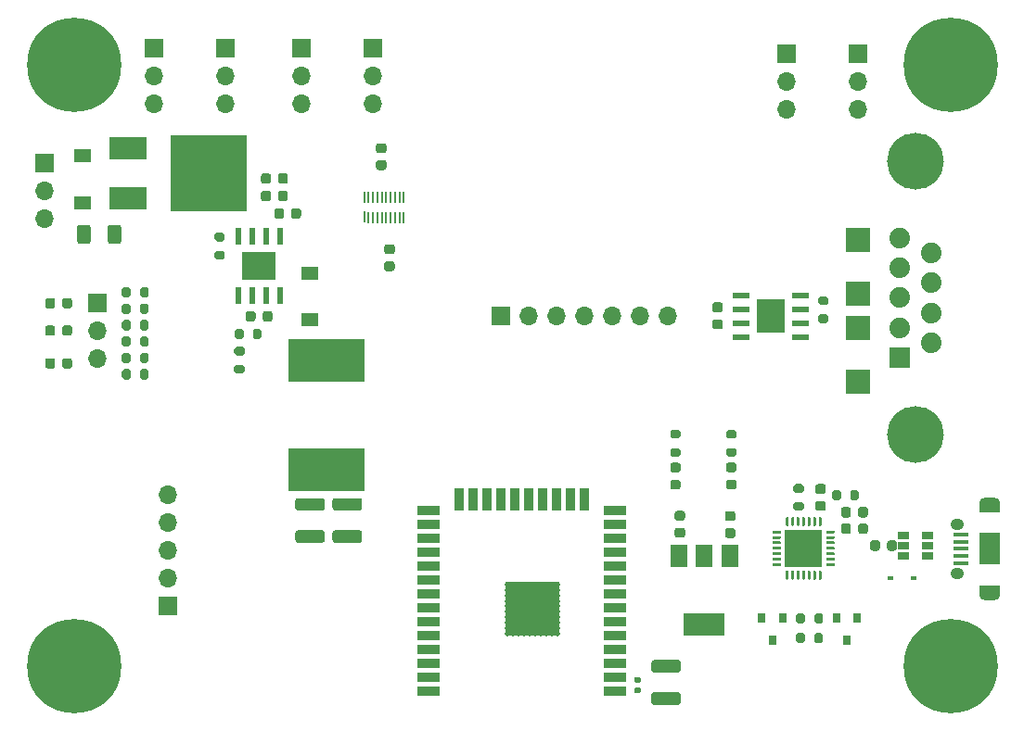
<source format=gbr>
%TF.GenerationSoftware,KiCad,Pcbnew,5.1.10-1.fc33*%
%TF.CreationDate,2021-05-26T11:17:30-04:00*%
%TF.ProjectId,UnderglowPCB,556e6465-7267-46c6-9f77-5043422e6b69,1.3.2*%
%TF.SameCoordinates,Original*%
%TF.FileFunction,Soldermask,Top*%
%TF.FilePolarity,Negative*%
%FSLAX46Y46*%
G04 Gerber Fmt 4.6, Leading zero omitted, Abs format (unit mm)*
G04 Created by KiCad (PCBNEW 5.1.10-1.fc33) date 2021-05-26 11:17:30*
%MOMM*%
%LPD*%
G01*
G04 APERTURE LIST*
%ADD10R,5.000000X5.000000*%
%ADD11R,2.000000X0.900000*%
%ADD12R,0.900000X2.000000*%
%ADD13C,0.500000*%
%ADD14R,1.524000X1.200000*%
%ADD15R,0.200000X1.100000*%
%ADD16R,0.200000X1.000000*%
%ADD17O,1.700000X1.700000*%
%ADD18R,1.700000X1.700000*%
%ADD19R,2.600000X3.100000*%
%ADD20R,1.550000X0.600000*%
%ADD21R,3.350000X3.350000*%
%ADD22R,3.500000X2.000000*%
%ADD23R,7.000000X7.000000*%
%ADD24R,0.600000X0.450000*%
%ADD25R,1.060000X0.650000*%
%ADD26O,1.250000X1.050000*%
%ADD27R,1.350000X0.400000*%
%ADD28O,1.900000X1.000000*%
%ADD29R,1.900000X2.900000*%
%ADD30R,1.900000X0.875000*%
%ADD31R,1.500000X2.000000*%
%ADD32R,3.800000X2.000000*%
%ADD33C,0.900000*%
%ADD34C,8.600000*%
%ADD35R,0.800000X0.900000*%
%ADD36R,1.520000X1.200000*%
%ADD37R,2.260000X2.160000*%
%ADD38R,7.000000X4.000000*%
%ADD39R,0.600000X1.550000*%
%ADD40R,3.100000X2.600000*%
%ADD41C,1.879600*%
%ADD42C,5.181600*%
G04 APERTURE END LIST*
D10*
%TO.C,U1*%
X150850000Y-122705000D03*
D11*
X158350000Y-130205000D03*
X158350000Y-128935000D03*
X158350000Y-127665000D03*
X158350000Y-126395000D03*
X158350000Y-125125000D03*
X158350000Y-123855000D03*
X158350000Y-122585000D03*
X158350000Y-121315000D03*
X158350000Y-120045000D03*
X158350000Y-118775000D03*
X158350000Y-117505000D03*
X158350000Y-116235000D03*
X158350000Y-114965000D03*
X158350000Y-113695000D03*
D12*
X155565000Y-112695000D03*
X154295000Y-112695000D03*
X153025000Y-112695000D03*
X151755000Y-112695000D03*
X150485000Y-112695000D03*
X149215000Y-112695000D03*
X147945000Y-112695000D03*
X146675000Y-112695000D03*
X145405000Y-112695000D03*
X144135000Y-112695000D03*
D11*
X141350000Y-113695000D03*
X141350000Y-114965000D03*
X141350000Y-116235000D03*
X141350000Y-117505000D03*
X141350000Y-118775000D03*
X141350000Y-120045000D03*
X141350000Y-121315000D03*
X141350000Y-122585000D03*
X141350000Y-123855000D03*
X141350000Y-125125000D03*
X141350000Y-126395000D03*
X141350000Y-127665000D03*
X141350000Y-128935000D03*
X141350000Y-130205000D03*
D13*
X153100000Y-124950000D03*
X152600000Y-124950000D03*
X152100000Y-124950000D03*
X151600000Y-124950000D03*
X151100000Y-124950000D03*
X150600000Y-124950000D03*
X150100000Y-124950000D03*
X149600000Y-124950000D03*
X149100000Y-124950000D03*
X148600000Y-124950000D03*
X151100000Y-124450000D03*
X149600000Y-124450000D03*
X150600000Y-124450000D03*
X148600000Y-124450000D03*
X149100000Y-124450000D03*
X152100000Y-124450000D03*
X152600000Y-124450000D03*
X153100000Y-124450000D03*
X150100000Y-124450000D03*
X151600000Y-124450000D03*
X151100000Y-123950000D03*
X149600000Y-123950000D03*
X150600000Y-123950000D03*
X148600000Y-123950000D03*
X149100000Y-123950000D03*
X152100000Y-123950000D03*
X152600000Y-123950000D03*
X153100000Y-123950000D03*
X150100000Y-123950000D03*
X151600000Y-123950000D03*
X151100000Y-123450000D03*
X149600000Y-123450000D03*
X150600000Y-123450000D03*
X148600000Y-123450000D03*
X149100000Y-123450000D03*
X152100000Y-123450000D03*
X152600000Y-123450000D03*
X153100000Y-123450000D03*
X150100000Y-123450000D03*
X151600000Y-123450000D03*
X151100000Y-122950000D03*
X149600000Y-122950000D03*
X150600000Y-122950000D03*
X148600000Y-122950000D03*
X149100000Y-122950000D03*
X152100000Y-122950000D03*
X152600000Y-122950000D03*
X153100000Y-122950000D03*
X150100000Y-122950000D03*
X151600000Y-122950000D03*
X151100000Y-122450000D03*
X149600000Y-122450000D03*
X150600000Y-122450000D03*
X148600000Y-122450000D03*
X149100000Y-122450000D03*
X152100000Y-122450000D03*
X152600000Y-122450000D03*
X153100000Y-122450000D03*
X150100000Y-122450000D03*
X151600000Y-122450000D03*
X151100000Y-121950000D03*
X149600000Y-121950000D03*
X150600000Y-121950000D03*
X148600000Y-121950000D03*
X149100000Y-121950000D03*
X152100000Y-121950000D03*
X152600000Y-121950000D03*
X153100000Y-121950000D03*
X150100000Y-121950000D03*
X151600000Y-121950000D03*
X151100000Y-121450000D03*
X149600000Y-121450000D03*
X150600000Y-121450000D03*
X148600000Y-121450000D03*
X149100000Y-121450000D03*
X152100000Y-121450000D03*
X152600000Y-121450000D03*
X153100000Y-121450000D03*
X150100000Y-121450000D03*
X151600000Y-121450000D03*
X151100000Y-120950000D03*
X149600000Y-120950000D03*
X150600000Y-120950000D03*
X148600000Y-120950000D03*
X149100000Y-120950000D03*
X152100000Y-120950000D03*
X152600000Y-120950000D03*
X153100000Y-120950000D03*
X150100000Y-120950000D03*
X151600000Y-120950000D03*
X151100000Y-120450000D03*
X149600000Y-120450000D03*
X150600000Y-120450000D03*
X148600000Y-120450000D03*
X149100000Y-120450000D03*
X152100000Y-120450000D03*
X152600000Y-120450000D03*
X153100000Y-120450000D03*
X150100000Y-120450000D03*
X151600000Y-120450000D03*
%TD*%
D14*
%TO.C,D3*%
X130500000Y-92050000D03*
X130500000Y-96250000D03*
%TD*%
%TO.C,C1*%
G36*
G01*
X161949999Y-130300000D02*
X164150001Y-130300000D01*
G75*
G02*
X164400000Y-130549999I0J-249999D01*
G01*
X164400000Y-131200001D01*
G75*
G02*
X164150001Y-131450000I-249999J0D01*
G01*
X161949999Y-131450000D01*
G75*
G02*
X161700000Y-131200001I0J249999D01*
G01*
X161700000Y-130549999D01*
G75*
G02*
X161949999Y-130300000I249999J0D01*
G01*
G37*
G36*
G01*
X161949999Y-127350000D02*
X164150001Y-127350000D01*
G75*
G02*
X164400000Y-127599999I0J-249999D01*
G01*
X164400000Y-128250001D01*
G75*
G02*
X164150001Y-128500000I-249999J0D01*
G01*
X161949999Y-128500000D01*
G75*
G02*
X161700000Y-128250001I0J249999D01*
G01*
X161700000Y-127599999D01*
G75*
G02*
X161949999Y-127350000I249999J0D01*
G01*
G37*
%TD*%
%TO.C,C12*%
G36*
G01*
X136800000Y-80125000D02*
X137300000Y-80125000D01*
G75*
G02*
X137525000Y-80350000I0J-225000D01*
G01*
X137525000Y-80800000D01*
G75*
G02*
X137300000Y-81025000I-225000J0D01*
G01*
X136800000Y-81025000D01*
G75*
G02*
X136575000Y-80800000I0J225000D01*
G01*
X136575000Y-80350000D01*
G75*
G02*
X136800000Y-80125000I225000J0D01*
G01*
G37*
G36*
G01*
X136800000Y-81675000D02*
X137300000Y-81675000D01*
G75*
G02*
X137525000Y-81900000I0J-225000D01*
G01*
X137525000Y-82350000D01*
G75*
G02*
X137300000Y-82575000I-225000J0D01*
G01*
X136800000Y-82575000D01*
G75*
G02*
X136575000Y-82350000I0J225000D01*
G01*
X136575000Y-81900000D01*
G75*
G02*
X136800000Y-81675000I225000J0D01*
G01*
G37*
%TD*%
%TO.C,C11*%
G36*
G01*
X138050000Y-91825000D02*
X137550000Y-91825000D01*
G75*
G02*
X137325000Y-91600000I0J225000D01*
G01*
X137325000Y-91150000D01*
G75*
G02*
X137550000Y-90925000I225000J0D01*
G01*
X138050000Y-90925000D01*
G75*
G02*
X138275000Y-91150000I0J-225000D01*
G01*
X138275000Y-91600000D01*
G75*
G02*
X138050000Y-91825000I-225000J0D01*
G01*
G37*
G36*
G01*
X138050000Y-90275000D02*
X137550000Y-90275000D01*
G75*
G02*
X137325000Y-90050000I0J225000D01*
G01*
X137325000Y-89600000D01*
G75*
G02*
X137550000Y-89375000I225000J0D01*
G01*
X138050000Y-89375000D01*
G75*
G02*
X138275000Y-89600000I0J-225000D01*
G01*
X138275000Y-90050000D01*
G75*
G02*
X138050000Y-90275000I-225000J0D01*
G01*
G37*
%TD*%
D15*
%TO.C,U4*%
X135500000Y-86850000D03*
D16*
X135900000Y-86900000D03*
X136300000Y-86900000D03*
X136700000Y-86900000D03*
X137100000Y-86900000D03*
X137500000Y-86900000D03*
X137900000Y-86900000D03*
X138300000Y-86900000D03*
X138700000Y-86900000D03*
X139100000Y-86900000D03*
X139100000Y-85100000D03*
X138700000Y-85100000D03*
X138300000Y-85100000D03*
X137900000Y-85100000D03*
X137500000Y-85100000D03*
X137100000Y-85100000D03*
X136700000Y-85100000D03*
X136300000Y-85100000D03*
X135900000Y-85100000D03*
X135500000Y-85100000D03*
%TD*%
D17*
%TO.C,J11*%
X117550000Y-112290000D03*
X117550000Y-114830000D03*
X117550000Y-117370000D03*
X117550000Y-119910000D03*
D18*
X117550000Y-122450000D03*
%TD*%
%TO.C,J12*%
X147950000Y-95950000D03*
D17*
X150490000Y-95950000D03*
X153030000Y-95950000D03*
X155570000Y-95950000D03*
X158110000Y-95950000D03*
X160650000Y-95950000D03*
X163190000Y-95950000D03*
%TD*%
D19*
%TO.C,U6*%
X172600000Y-95925000D03*
D20*
X175300000Y-94020000D03*
X175300000Y-95290000D03*
X175300000Y-96560000D03*
X175300000Y-97830000D03*
X169900000Y-97830000D03*
X169900000Y-96560000D03*
X169900000Y-95290000D03*
X169900000Y-94020000D03*
%TD*%
D17*
%TO.C,J8*%
X174050000Y-76990000D03*
X174050000Y-74450000D03*
D18*
X174050000Y-71910000D03*
%TD*%
D13*
%TO.C,U8*%
X177000000Y-118550000D03*
G36*
G01*
X178450000Y-118587500D02*
X178450000Y-118712500D01*
G75*
G02*
X178387500Y-118775000I-62500J0D01*
G01*
X177712500Y-118775000D01*
G75*
G02*
X177650000Y-118712500I0J62500D01*
G01*
X177650000Y-118587500D01*
G75*
G02*
X177712500Y-118525000I62500J0D01*
G01*
X178387500Y-118525000D01*
G75*
G02*
X178450000Y-118587500I0J-62500D01*
G01*
G37*
G36*
G01*
X178450000Y-118087500D02*
X178450000Y-118212500D01*
G75*
G02*
X178387500Y-118275000I-62500J0D01*
G01*
X177712500Y-118275000D01*
G75*
G02*
X177650000Y-118212500I0J62500D01*
G01*
X177650000Y-118087500D01*
G75*
G02*
X177712500Y-118025000I62500J0D01*
G01*
X178387500Y-118025000D01*
G75*
G02*
X178450000Y-118087500I0J-62500D01*
G01*
G37*
G36*
G01*
X178450000Y-117587500D02*
X178450000Y-117712500D01*
G75*
G02*
X178387500Y-117775000I-62500J0D01*
G01*
X177712500Y-117775000D01*
G75*
G02*
X177650000Y-117712500I0J62500D01*
G01*
X177650000Y-117587500D01*
G75*
G02*
X177712500Y-117525000I62500J0D01*
G01*
X178387500Y-117525000D01*
G75*
G02*
X178450000Y-117587500I0J-62500D01*
G01*
G37*
G36*
G01*
X178450000Y-117087500D02*
X178450000Y-117212500D01*
G75*
G02*
X178387500Y-117275000I-62500J0D01*
G01*
X177712500Y-117275000D01*
G75*
G02*
X177650000Y-117212500I0J62500D01*
G01*
X177650000Y-117087500D01*
G75*
G02*
X177712500Y-117025000I62500J0D01*
G01*
X178387500Y-117025000D01*
G75*
G02*
X178450000Y-117087500I0J-62500D01*
G01*
G37*
G36*
G01*
X178450000Y-116587500D02*
X178450000Y-116712500D01*
G75*
G02*
X178387500Y-116775000I-62500J0D01*
G01*
X177712500Y-116775000D01*
G75*
G02*
X177650000Y-116712500I0J62500D01*
G01*
X177650000Y-116587500D01*
G75*
G02*
X177712500Y-116525000I62500J0D01*
G01*
X178387500Y-116525000D01*
G75*
G02*
X178450000Y-116587500I0J-62500D01*
G01*
G37*
G36*
G01*
X178450000Y-116087500D02*
X178450000Y-116212500D01*
G75*
G02*
X178387500Y-116275000I-62500J0D01*
G01*
X177712500Y-116275000D01*
G75*
G02*
X177650000Y-116212500I0J62500D01*
G01*
X177650000Y-116087500D01*
G75*
G02*
X177712500Y-116025000I62500J0D01*
G01*
X178387500Y-116025000D01*
G75*
G02*
X178450000Y-116087500I0J-62500D01*
G01*
G37*
G36*
G01*
X178450000Y-115587500D02*
X178450000Y-115712500D01*
G75*
G02*
X178387500Y-115775000I-62500J0D01*
G01*
X177712500Y-115775000D01*
G75*
G02*
X177650000Y-115712500I0J62500D01*
G01*
X177650000Y-115587500D01*
G75*
G02*
X177712500Y-115525000I62500J0D01*
G01*
X178387500Y-115525000D01*
G75*
G02*
X178450000Y-115587500I0J-62500D01*
G01*
G37*
G36*
G01*
X177225000Y-114362500D02*
X177225000Y-115037500D01*
G75*
G02*
X177162500Y-115100000I-62500J0D01*
G01*
X177037500Y-115100000D01*
G75*
G02*
X176975000Y-115037500I0J62500D01*
G01*
X176975000Y-114362500D01*
G75*
G02*
X177037500Y-114300000I62500J0D01*
G01*
X177162500Y-114300000D01*
G75*
G02*
X177225000Y-114362500I0J-62500D01*
G01*
G37*
G36*
G01*
X176725000Y-114362500D02*
X176725000Y-115037500D01*
G75*
G02*
X176662500Y-115100000I-62500J0D01*
G01*
X176537500Y-115100000D01*
G75*
G02*
X176475000Y-115037500I0J62500D01*
G01*
X176475000Y-114362500D01*
G75*
G02*
X176537500Y-114300000I62500J0D01*
G01*
X176662500Y-114300000D01*
G75*
G02*
X176725000Y-114362500I0J-62500D01*
G01*
G37*
G36*
G01*
X176225000Y-114362500D02*
X176225000Y-115037500D01*
G75*
G02*
X176162500Y-115100000I-62500J0D01*
G01*
X176037500Y-115100000D01*
G75*
G02*
X175975000Y-115037500I0J62500D01*
G01*
X175975000Y-114362500D01*
G75*
G02*
X176037500Y-114300000I62500J0D01*
G01*
X176162500Y-114300000D01*
G75*
G02*
X176225000Y-114362500I0J-62500D01*
G01*
G37*
G36*
G01*
X175725000Y-114362500D02*
X175725000Y-115037500D01*
G75*
G02*
X175662500Y-115100000I-62500J0D01*
G01*
X175537500Y-115100000D01*
G75*
G02*
X175475000Y-115037500I0J62500D01*
G01*
X175475000Y-114362500D01*
G75*
G02*
X175537500Y-114300000I62500J0D01*
G01*
X175662500Y-114300000D01*
G75*
G02*
X175725000Y-114362500I0J-62500D01*
G01*
G37*
G36*
G01*
X175225000Y-114362500D02*
X175225000Y-115037500D01*
G75*
G02*
X175162500Y-115100000I-62500J0D01*
G01*
X175037500Y-115100000D01*
G75*
G02*
X174975000Y-115037500I0J62500D01*
G01*
X174975000Y-114362500D01*
G75*
G02*
X175037500Y-114300000I62500J0D01*
G01*
X175162500Y-114300000D01*
G75*
G02*
X175225000Y-114362500I0J-62500D01*
G01*
G37*
G36*
G01*
X174725000Y-114362500D02*
X174725000Y-115037500D01*
G75*
G02*
X174662500Y-115100000I-62500J0D01*
G01*
X174537500Y-115100000D01*
G75*
G02*
X174475000Y-115037500I0J62500D01*
G01*
X174475000Y-114362500D01*
G75*
G02*
X174537500Y-114300000I62500J0D01*
G01*
X174662500Y-114300000D01*
G75*
G02*
X174725000Y-114362500I0J-62500D01*
G01*
G37*
G36*
G01*
X174225000Y-114362500D02*
X174225000Y-115037500D01*
G75*
G02*
X174162500Y-115100000I-62500J0D01*
G01*
X174037500Y-115100000D01*
G75*
G02*
X173975000Y-115037500I0J62500D01*
G01*
X173975000Y-114362500D01*
G75*
G02*
X174037500Y-114300000I62500J0D01*
G01*
X174162500Y-114300000D01*
G75*
G02*
X174225000Y-114362500I0J-62500D01*
G01*
G37*
G36*
G01*
X173550000Y-115587500D02*
X173550000Y-115712500D01*
G75*
G02*
X173487500Y-115775000I-62500J0D01*
G01*
X172812500Y-115775000D01*
G75*
G02*
X172750000Y-115712500I0J62500D01*
G01*
X172750000Y-115587500D01*
G75*
G02*
X172812500Y-115525000I62500J0D01*
G01*
X173487500Y-115525000D01*
G75*
G02*
X173550000Y-115587500I0J-62500D01*
G01*
G37*
G36*
G01*
X173550000Y-116087500D02*
X173550000Y-116212500D01*
G75*
G02*
X173487500Y-116275000I-62500J0D01*
G01*
X172812500Y-116275000D01*
G75*
G02*
X172750000Y-116212500I0J62500D01*
G01*
X172750000Y-116087500D01*
G75*
G02*
X172812500Y-116025000I62500J0D01*
G01*
X173487500Y-116025000D01*
G75*
G02*
X173550000Y-116087500I0J-62500D01*
G01*
G37*
G36*
G01*
X173550000Y-116587500D02*
X173550000Y-116712500D01*
G75*
G02*
X173487500Y-116775000I-62500J0D01*
G01*
X172812500Y-116775000D01*
G75*
G02*
X172750000Y-116712500I0J62500D01*
G01*
X172750000Y-116587500D01*
G75*
G02*
X172812500Y-116525000I62500J0D01*
G01*
X173487500Y-116525000D01*
G75*
G02*
X173550000Y-116587500I0J-62500D01*
G01*
G37*
G36*
G01*
X173550000Y-117087500D02*
X173550000Y-117212500D01*
G75*
G02*
X173487500Y-117275000I-62500J0D01*
G01*
X172812500Y-117275000D01*
G75*
G02*
X172750000Y-117212500I0J62500D01*
G01*
X172750000Y-117087500D01*
G75*
G02*
X172812500Y-117025000I62500J0D01*
G01*
X173487500Y-117025000D01*
G75*
G02*
X173550000Y-117087500I0J-62500D01*
G01*
G37*
G36*
G01*
X173550000Y-117587500D02*
X173550000Y-117712500D01*
G75*
G02*
X173487500Y-117775000I-62500J0D01*
G01*
X172812500Y-117775000D01*
G75*
G02*
X172750000Y-117712500I0J62500D01*
G01*
X172750000Y-117587500D01*
G75*
G02*
X172812500Y-117525000I62500J0D01*
G01*
X173487500Y-117525000D01*
G75*
G02*
X173550000Y-117587500I0J-62500D01*
G01*
G37*
G36*
G01*
X173550000Y-118087500D02*
X173550000Y-118212500D01*
G75*
G02*
X173487500Y-118275000I-62500J0D01*
G01*
X172812500Y-118275000D01*
G75*
G02*
X172750000Y-118212500I0J62500D01*
G01*
X172750000Y-118087500D01*
G75*
G02*
X172812500Y-118025000I62500J0D01*
G01*
X173487500Y-118025000D01*
G75*
G02*
X173550000Y-118087500I0J-62500D01*
G01*
G37*
G36*
G01*
X173550000Y-118587500D02*
X173550000Y-118712500D01*
G75*
G02*
X173487500Y-118775000I-62500J0D01*
G01*
X172812500Y-118775000D01*
G75*
G02*
X172750000Y-118712500I0J62500D01*
G01*
X172750000Y-118587500D01*
G75*
G02*
X172812500Y-118525000I62500J0D01*
G01*
X173487500Y-118525000D01*
G75*
G02*
X173550000Y-118587500I0J-62500D01*
G01*
G37*
G36*
G01*
X174225000Y-119262500D02*
X174225000Y-119937500D01*
G75*
G02*
X174162500Y-120000000I-62500J0D01*
G01*
X174037500Y-120000000D01*
G75*
G02*
X173975000Y-119937500I0J62500D01*
G01*
X173975000Y-119262500D01*
G75*
G02*
X174037500Y-119200000I62500J0D01*
G01*
X174162500Y-119200000D01*
G75*
G02*
X174225000Y-119262500I0J-62500D01*
G01*
G37*
G36*
G01*
X174725000Y-119262500D02*
X174725000Y-119937500D01*
G75*
G02*
X174662500Y-120000000I-62500J0D01*
G01*
X174537500Y-120000000D01*
G75*
G02*
X174475000Y-119937500I0J62500D01*
G01*
X174475000Y-119262500D01*
G75*
G02*
X174537500Y-119200000I62500J0D01*
G01*
X174662500Y-119200000D01*
G75*
G02*
X174725000Y-119262500I0J-62500D01*
G01*
G37*
G36*
G01*
X175225000Y-119262500D02*
X175225000Y-119937500D01*
G75*
G02*
X175162500Y-120000000I-62500J0D01*
G01*
X175037500Y-120000000D01*
G75*
G02*
X174975000Y-119937500I0J62500D01*
G01*
X174975000Y-119262500D01*
G75*
G02*
X175037500Y-119200000I62500J0D01*
G01*
X175162500Y-119200000D01*
G75*
G02*
X175225000Y-119262500I0J-62500D01*
G01*
G37*
G36*
G01*
X175725000Y-119262500D02*
X175725000Y-119937500D01*
G75*
G02*
X175662500Y-120000000I-62500J0D01*
G01*
X175537500Y-120000000D01*
G75*
G02*
X175475000Y-119937500I0J62500D01*
G01*
X175475000Y-119262500D01*
G75*
G02*
X175537500Y-119200000I62500J0D01*
G01*
X175662500Y-119200000D01*
G75*
G02*
X175725000Y-119262500I0J-62500D01*
G01*
G37*
G36*
G01*
X176225000Y-119262500D02*
X176225000Y-119937500D01*
G75*
G02*
X176162500Y-120000000I-62500J0D01*
G01*
X176037500Y-120000000D01*
G75*
G02*
X175975000Y-119937500I0J62500D01*
G01*
X175975000Y-119262500D01*
G75*
G02*
X176037500Y-119200000I62500J0D01*
G01*
X176162500Y-119200000D01*
G75*
G02*
X176225000Y-119262500I0J-62500D01*
G01*
G37*
G36*
G01*
X176725000Y-119262500D02*
X176725000Y-119937500D01*
G75*
G02*
X176662500Y-120000000I-62500J0D01*
G01*
X176537500Y-120000000D01*
G75*
G02*
X176475000Y-119937500I0J62500D01*
G01*
X176475000Y-119262500D01*
G75*
G02*
X176537500Y-119200000I62500J0D01*
G01*
X176662500Y-119200000D01*
G75*
G02*
X176725000Y-119262500I0J-62500D01*
G01*
G37*
G36*
G01*
X177225000Y-119262500D02*
X177225000Y-119937500D01*
G75*
G02*
X177162500Y-120000000I-62500J0D01*
G01*
X177037500Y-120000000D01*
G75*
G02*
X176975000Y-119937500I0J62500D01*
G01*
X176975000Y-119262500D01*
G75*
G02*
X177037500Y-119200000I62500J0D01*
G01*
X177162500Y-119200000D01*
G75*
G02*
X177225000Y-119262500I0J-62500D01*
G01*
G37*
D21*
X175600000Y-117150000D03*
D13*
X176500000Y-118550000D03*
X176000000Y-118550000D03*
X174200000Y-118550000D03*
X174700000Y-118550000D03*
X175200000Y-118550000D03*
X177000000Y-118050000D03*
X177000000Y-117550000D03*
X177000000Y-115750000D03*
X174200000Y-115750000D03*
X174200000Y-116250000D03*
X174200000Y-116750000D03*
X174200000Y-118050000D03*
X174200000Y-117550000D03*
X174700000Y-115750000D03*
X175200000Y-115750000D03*
X176500000Y-115750000D03*
X176000000Y-115750000D03*
X177000000Y-116250000D03*
X177000000Y-116750000D03*
X176500000Y-116250000D03*
X176500000Y-116750000D03*
X176000000Y-116750000D03*
X176000000Y-116250000D03*
X175200000Y-116250000D03*
X174700000Y-116250000D03*
X174700000Y-116750000D03*
X175200000Y-116750000D03*
X174700000Y-118050000D03*
X174700000Y-117550000D03*
X175200000Y-117550000D03*
X175200000Y-118050000D03*
X176500000Y-118050000D03*
X176000000Y-118050000D03*
X176000000Y-117550000D03*
X176500000Y-117550000D03*
X175600000Y-117150000D03*
%TD*%
D22*
%TO.C,D1*%
X113925000Y-80550000D03*
X113925000Y-85130000D03*
D23*
X121325000Y-82850000D03*
%TD*%
%TO.C,C9*%
G36*
G01*
X164550000Y-114625000D02*
X164050000Y-114625000D01*
G75*
G02*
X163825000Y-114400000I0J225000D01*
G01*
X163825000Y-113950000D01*
G75*
G02*
X164050000Y-113725000I225000J0D01*
G01*
X164550000Y-113725000D01*
G75*
G02*
X164775000Y-113950000I0J-225000D01*
G01*
X164775000Y-114400000D01*
G75*
G02*
X164550000Y-114625000I-225000J0D01*
G01*
G37*
G36*
G01*
X164550000Y-116175000D02*
X164050000Y-116175000D01*
G75*
G02*
X163825000Y-115950000I0J225000D01*
G01*
X163825000Y-115500000D01*
G75*
G02*
X164050000Y-115275000I225000J0D01*
G01*
X164550000Y-115275000D01*
G75*
G02*
X164775000Y-115500000I0J-225000D01*
G01*
X164775000Y-115950000D01*
G75*
G02*
X164550000Y-116175000I-225000J0D01*
G01*
G37*
%TD*%
D24*
%TO.C,D6*%
X183550000Y-119900000D03*
X185650000Y-119900000D03*
%TD*%
%TO.C,C17*%
G36*
G01*
X179025000Y-115600000D02*
X179025000Y-115100000D01*
G75*
G02*
X179250000Y-114875000I225000J0D01*
G01*
X179700000Y-114875000D01*
G75*
G02*
X179925000Y-115100000I0J-225000D01*
G01*
X179925000Y-115600000D01*
G75*
G02*
X179700000Y-115825000I-225000J0D01*
G01*
X179250000Y-115825000D01*
G75*
G02*
X179025000Y-115600000I0J225000D01*
G01*
G37*
G36*
G01*
X180575000Y-115600000D02*
X180575000Y-115100000D01*
G75*
G02*
X180800000Y-114875000I225000J0D01*
G01*
X181250000Y-114875000D01*
G75*
G02*
X181475000Y-115100000I0J-225000D01*
G01*
X181475000Y-115600000D01*
G75*
G02*
X181250000Y-115825000I-225000J0D01*
G01*
X180800000Y-115825000D01*
G75*
G02*
X180575000Y-115600000I0J225000D01*
G01*
G37*
%TD*%
%TO.C,R7*%
G36*
G01*
X179850000Y-112575000D02*
X179850000Y-112025000D01*
G75*
G02*
X180050000Y-111825000I200000J0D01*
G01*
X180450000Y-111825000D01*
G75*
G02*
X180650000Y-112025000I0J-200000D01*
G01*
X180650000Y-112575000D01*
G75*
G02*
X180450000Y-112775000I-200000J0D01*
G01*
X180050000Y-112775000D01*
G75*
G02*
X179850000Y-112575000I0J200000D01*
G01*
G37*
G36*
G01*
X178200000Y-112575000D02*
X178200000Y-112025000D01*
G75*
G02*
X178400000Y-111825000I200000J0D01*
G01*
X178800000Y-111825000D01*
G75*
G02*
X179000000Y-112025000I0J-200000D01*
G01*
X179000000Y-112575000D01*
G75*
G02*
X178800000Y-112775000I-200000J0D01*
G01*
X178400000Y-112775000D01*
G75*
G02*
X178200000Y-112575000I0J200000D01*
G01*
G37*
%TD*%
D25*
%TO.C,U7*%
X184700000Y-116900000D03*
X184700000Y-117850000D03*
X184700000Y-115950000D03*
X186900000Y-115950000D03*
X186900000Y-116900000D03*
X186900000Y-117850000D03*
%TD*%
%TO.C,R8*%
G36*
G01*
X174875000Y-111275000D02*
X175425000Y-111275000D01*
G75*
G02*
X175625000Y-111475000I0J-200000D01*
G01*
X175625000Y-111875000D01*
G75*
G02*
X175425000Y-112075000I-200000J0D01*
G01*
X174875000Y-112075000D01*
G75*
G02*
X174675000Y-111875000I0J200000D01*
G01*
X174675000Y-111475000D01*
G75*
G02*
X174875000Y-111275000I200000J0D01*
G01*
G37*
G36*
G01*
X174875000Y-112925000D02*
X175425000Y-112925000D01*
G75*
G02*
X175625000Y-113125000I0J-200000D01*
G01*
X175625000Y-113525000D01*
G75*
G02*
X175425000Y-113725000I-200000J0D01*
G01*
X174875000Y-113725000D01*
G75*
G02*
X174675000Y-113525000I0J200000D01*
G01*
X174675000Y-113125000D01*
G75*
G02*
X174875000Y-112925000I200000J0D01*
G01*
G37*
%TD*%
D26*
%TO.C,J3*%
X189600000Y-119425000D03*
D27*
X189925000Y-118500000D03*
X189925000Y-117850000D03*
X189925000Y-117200000D03*
X189925000Y-115900000D03*
D26*
X189600000Y-114975000D03*
D28*
X192600000Y-121375000D03*
X192600000Y-113025000D03*
D27*
X189925000Y-116550000D03*
D29*
X192600000Y-117200000D03*
D30*
X192600000Y-113462500D03*
X192600000Y-120937500D03*
%TD*%
%TO.C,C14*%
G36*
G01*
X184125000Y-116650000D02*
X184125000Y-117150000D01*
G75*
G02*
X183900000Y-117375000I-225000J0D01*
G01*
X183450000Y-117375000D01*
G75*
G02*
X183225000Y-117150000I0J225000D01*
G01*
X183225000Y-116650000D01*
G75*
G02*
X183450000Y-116425000I225000J0D01*
G01*
X183900000Y-116425000D01*
G75*
G02*
X184125000Y-116650000I0J-225000D01*
G01*
G37*
G36*
G01*
X182575000Y-116650000D02*
X182575000Y-117150000D01*
G75*
G02*
X182350000Y-117375000I-225000J0D01*
G01*
X181900000Y-117375000D01*
G75*
G02*
X181675000Y-117150000I0J225000D01*
G01*
X181675000Y-116650000D01*
G75*
G02*
X181900000Y-116425000I225000J0D01*
G01*
X182350000Y-116425000D01*
G75*
G02*
X182575000Y-116650000I0J-225000D01*
G01*
G37*
%TD*%
%TO.C,C16*%
G36*
G01*
X180575000Y-114100000D02*
X180575000Y-113600000D01*
G75*
G02*
X180800000Y-113375000I225000J0D01*
G01*
X181250000Y-113375000D01*
G75*
G02*
X181475000Y-113600000I0J-225000D01*
G01*
X181475000Y-114100000D01*
G75*
G02*
X181250000Y-114325000I-225000J0D01*
G01*
X180800000Y-114325000D01*
G75*
G02*
X180575000Y-114100000I0J225000D01*
G01*
G37*
G36*
G01*
X179025000Y-114100000D02*
X179025000Y-113600000D01*
G75*
G02*
X179250000Y-113375000I225000J0D01*
G01*
X179700000Y-113375000D01*
G75*
G02*
X179925000Y-113600000I0J-225000D01*
G01*
X179925000Y-114100000D01*
G75*
G02*
X179700000Y-114325000I-225000J0D01*
G01*
X179250000Y-114325000D01*
G75*
G02*
X179025000Y-114100000I0J225000D01*
G01*
G37*
%TD*%
%TO.C,C15*%
G36*
G01*
X177400000Y-113725000D02*
X176900000Y-113725000D01*
G75*
G02*
X176675000Y-113500000I0J225000D01*
G01*
X176675000Y-113050000D01*
G75*
G02*
X176900000Y-112825000I225000J0D01*
G01*
X177400000Y-112825000D01*
G75*
G02*
X177625000Y-113050000I0J-225000D01*
G01*
X177625000Y-113500000D01*
G75*
G02*
X177400000Y-113725000I-225000J0D01*
G01*
G37*
G36*
G01*
X177400000Y-112175000D02*
X176900000Y-112175000D01*
G75*
G02*
X176675000Y-111950000I0J225000D01*
G01*
X176675000Y-111500000D01*
G75*
G02*
X176900000Y-111275000I225000J0D01*
G01*
X177400000Y-111275000D01*
G75*
G02*
X177625000Y-111500000I0J-225000D01*
G01*
X177625000Y-111950000D01*
G75*
G02*
X177400000Y-112175000I-225000J0D01*
G01*
G37*
%TD*%
%TO.C,F1*%
G36*
G01*
X112075000Y-89075000D02*
X112075000Y-87825000D01*
G75*
G02*
X112325000Y-87575000I250000J0D01*
G01*
X113075000Y-87575000D01*
G75*
G02*
X113325000Y-87825000I0J-250000D01*
G01*
X113325000Y-89075000D01*
G75*
G02*
X113075000Y-89325000I-250000J0D01*
G01*
X112325000Y-89325000D01*
G75*
G02*
X112075000Y-89075000I0J250000D01*
G01*
G37*
G36*
G01*
X109275000Y-89075000D02*
X109275000Y-87825000D01*
G75*
G02*
X109525000Y-87575000I250000J0D01*
G01*
X110275000Y-87575000D01*
G75*
G02*
X110525000Y-87825000I0J-250000D01*
G01*
X110525000Y-89075000D01*
G75*
G02*
X110275000Y-89325000I-250000J0D01*
G01*
X109525000Y-89325000D01*
G75*
G02*
X109275000Y-89075000I0J250000D01*
G01*
G37*
%TD*%
D31*
%TO.C,U3*%
X168850000Y-117800000D03*
X164250000Y-117800000D03*
X166550000Y-117800000D03*
D32*
X166550000Y-124100000D03*
%TD*%
%TO.C,C18*%
G36*
G01*
X108825000Y-97000000D02*
X108825000Y-97500000D01*
G75*
G02*
X108600000Y-97725000I-225000J0D01*
G01*
X108150000Y-97725000D01*
G75*
G02*
X107925000Y-97500000I0J225000D01*
G01*
X107925000Y-97000000D01*
G75*
G02*
X108150000Y-96775000I225000J0D01*
G01*
X108600000Y-96775000D01*
G75*
G02*
X108825000Y-97000000I0J-225000D01*
G01*
G37*
G36*
G01*
X107275000Y-97000000D02*
X107275000Y-97500000D01*
G75*
G02*
X107050000Y-97725000I-225000J0D01*
G01*
X106600000Y-97725000D01*
G75*
G02*
X106375000Y-97500000I0J225000D01*
G01*
X106375000Y-97000000D01*
G75*
G02*
X106600000Y-96775000I225000J0D01*
G01*
X107050000Y-96775000D01*
G75*
G02*
X107275000Y-97000000I0J-225000D01*
G01*
G37*
%TD*%
%TO.C,C19*%
G36*
G01*
X107275000Y-100000000D02*
X107275000Y-100500000D01*
G75*
G02*
X107050000Y-100725000I-225000J0D01*
G01*
X106600000Y-100725000D01*
G75*
G02*
X106375000Y-100500000I0J225000D01*
G01*
X106375000Y-100000000D01*
G75*
G02*
X106600000Y-99775000I225000J0D01*
G01*
X107050000Y-99775000D01*
G75*
G02*
X107275000Y-100000000I0J-225000D01*
G01*
G37*
G36*
G01*
X108825000Y-100000000D02*
X108825000Y-100500000D01*
G75*
G02*
X108600000Y-100725000I-225000J0D01*
G01*
X108150000Y-100725000D01*
G75*
G02*
X107925000Y-100500000I0J225000D01*
G01*
X107925000Y-100000000D01*
G75*
G02*
X108150000Y-99775000I225000J0D01*
G01*
X108600000Y-99775000D01*
G75*
G02*
X108825000Y-100000000I0J-225000D01*
G01*
G37*
%TD*%
%TO.C,C20*%
G36*
G01*
X108825000Y-94500000D02*
X108825000Y-95000000D01*
G75*
G02*
X108600000Y-95225000I-225000J0D01*
G01*
X108150000Y-95225000D01*
G75*
G02*
X107925000Y-95000000I0J225000D01*
G01*
X107925000Y-94500000D01*
G75*
G02*
X108150000Y-94275000I225000J0D01*
G01*
X108600000Y-94275000D01*
G75*
G02*
X108825000Y-94500000I0J-225000D01*
G01*
G37*
G36*
G01*
X107275000Y-94500000D02*
X107275000Y-95000000D01*
G75*
G02*
X107050000Y-95225000I-225000J0D01*
G01*
X106600000Y-95225000D01*
G75*
G02*
X106375000Y-95000000I0J225000D01*
G01*
X106375000Y-94500000D01*
G75*
G02*
X106600000Y-94275000I225000J0D01*
G01*
X107050000Y-94275000D01*
G75*
G02*
X107275000Y-94500000I0J-225000D01*
G01*
G37*
%TD*%
%TO.C,C13*%
G36*
G01*
X168000000Y-97125000D02*
X167500000Y-97125000D01*
G75*
G02*
X167275000Y-96900000I0J225000D01*
G01*
X167275000Y-96450000D01*
G75*
G02*
X167500000Y-96225000I225000J0D01*
G01*
X168000000Y-96225000D01*
G75*
G02*
X168225000Y-96450000I0J-225000D01*
G01*
X168225000Y-96900000D01*
G75*
G02*
X168000000Y-97125000I-225000J0D01*
G01*
G37*
G36*
G01*
X168000000Y-95575000D02*
X167500000Y-95575000D01*
G75*
G02*
X167275000Y-95350000I0J225000D01*
G01*
X167275000Y-94900000D01*
G75*
G02*
X167500000Y-94675000I225000J0D01*
G01*
X168000000Y-94675000D01*
G75*
G02*
X168225000Y-94900000I0J-225000D01*
G01*
X168225000Y-95350000D01*
G75*
G02*
X168000000Y-95575000I-225000J0D01*
G01*
G37*
%TD*%
D33*
%TO.C,H1*%
X111330419Y-125669581D03*
X109050000Y-124725000D03*
X106769581Y-125669581D03*
X105825000Y-127950000D03*
X106769581Y-130230419D03*
X109050000Y-131175000D03*
X111330419Y-130230419D03*
X112275000Y-127950000D03*
D34*
X109050000Y-127950000D03*
%TD*%
%TO.C,H2*%
X189050000Y-72950000D03*
D33*
X185825000Y-72950000D03*
X186769581Y-70669581D03*
X189050000Y-69725000D03*
X191330419Y-70669581D03*
X192275000Y-72950000D03*
X191330419Y-75230419D03*
X189050000Y-76175000D03*
X186769581Y-75230419D03*
%TD*%
%TO.C,H3*%
X191330419Y-125669581D03*
X189050000Y-124725000D03*
X186769581Y-125669581D03*
X185825000Y-127950000D03*
X186769581Y-130230419D03*
X189050000Y-131175000D03*
X191330419Y-130230419D03*
X192275000Y-127950000D03*
D34*
X189050000Y-127950000D03*
%TD*%
%TO.C,H4*%
X109050000Y-72950000D03*
D33*
X112275000Y-72950000D03*
X111330419Y-75230419D03*
X109050000Y-76175000D03*
X106769581Y-75230419D03*
X105825000Y-72950000D03*
X106769581Y-70669581D03*
X109050000Y-69725000D03*
X111330419Y-70669581D03*
%TD*%
%TO.C,R9*%
G36*
G01*
X115025000Y-97025000D02*
X115025000Y-96475000D01*
G75*
G02*
X115225000Y-96275000I200000J0D01*
G01*
X115625000Y-96275000D01*
G75*
G02*
X115825000Y-96475000I0J-200000D01*
G01*
X115825000Y-97025000D01*
G75*
G02*
X115625000Y-97225000I-200000J0D01*
G01*
X115225000Y-97225000D01*
G75*
G02*
X115025000Y-97025000I0J200000D01*
G01*
G37*
G36*
G01*
X113375000Y-97025000D02*
X113375000Y-96475000D01*
G75*
G02*
X113575000Y-96275000I200000J0D01*
G01*
X113975000Y-96275000D01*
G75*
G02*
X114175000Y-96475000I0J-200000D01*
G01*
X114175000Y-97025000D01*
G75*
G02*
X113975000Y-97225000I-200000J0D01*
G01*
X113575000Y-97225000D01*
G75*
G02*
X113375000Y-97025000I0J200000D01*
G01*
G37*
%TD*%
%TO.C,R10*%
G36*
G01*
X115825000Y-97975000D02*
X115825000Y-98525000D01*
G75*
G02*
X115625000Y-98725000I-200000J0D01*
G01*
X115225000Y-98725000D01*
G75*
G02*
X115025000Y-98525000I0J200000D01*
G01*
X115025000Y-97975000D01*
G75*
G02*
X115225000Y-97775000I200000J0D01*
G01*
X115625000Y-97775000D01*
G75*
G02*
X115825000Y-97975000I0J-200000D01*
G01*
G37*
G36*
G01*
X114175000Y-97975000D02*
X114175000Y-98525000D01*
G75*
G02*
X113975000Y-98725000I-200000J0D01*
G01*
X113575000Y-98725000D01*
G75*
G02*
X113375000Y-98525000I0J200000D01*
G01*
X113375000Y-97975000D01*
G75*
G02*
X113575000Y-97775000I200000J0D01*
G01*
X113975000Y-97775000D01*
G75*
G02*
X114175000Y-97975000I0J-200000D01*
G01*
G37*
%TD*%
%TO.C,R11*%
G36*
G01*
X115025000Y-100025000D02*
X115025000Y-99475000D01*
G75*
G02*
X115225000Y-99275000I200000J0D01*
G01*
X115625000Y-99275000D01*
G75*
G02*
X115825000Y-99475000I0J-200000D01*
G01*
X115825000Y-100025000D01*
G75*
G02*
X115625000Y-100225000I-200000J0D01*
G01*
X115225000Y-100225000D01*
G75*
G02*
X115025000Y-100025000I0J200000D01*
G01*
G37*
G36*
G01*
X113375000Y-100025000D02*
X113375000Y-99475000D01*
G75*
G02*
X113575000Y-99275000I200000J0D01*
G01*
X113975000Y-99275000D01*
G75*
G02*
X114175000Y-99475000I0J-200000D01*
G01*
X114175000Y-100025000D01*
G75*
G02*
X113975000Y-100225000I-200000J0D01*
G01*
X113575000Y-100225000D01*
G75*
G02*
X113375000Y-100025000I0J200000D01*
G01*
G37*
%TD*%
%TO.C,R12*%
G36*
G01*
X115825000Y-100975000D02*
X115825000Y-101525000D01*
G75*
G02*
X115625000Y-101725000I-200000J0D01*
G01*
X115225000Y-101725000D01*
G75*
G02*
X115025000Y-101525000I0J200000D01*
G01*
X115025000Y-100975000D01*
G75*
G02*
X115225000Y-100775000I200000J0D01*
G01*
X115625000Y-100775000D01*
G75*
G02*
X115825000Y-100975000I0J-200000D01*
G01*
G37*
G36*
G01*
X114175000Y-100975000D02*
X114175000Y-101525000D01*
G75*
G02*
X113975000Y-101725000I-200000J0D01*
G01*
X113575000Y-101725000D01*
G75*
G02*
X113375000Y-101525000I0J200000D01*
G01*
X113375000Y-100975000D01*
G75*
G02*
X113575000Y-100775000I200000J0D01*
G01*
X113975000Y-100775000D01*
G75*
G02*
X114175000Y-100975000I0J-200000D01*
G01*
G37*
%TD*%
%TO.C,R13*%
G36*
G01*
X115025000Y-94025000D02*
X115025000Y-93475000D01*
G75*
G02*
X115225000Y-93275000I200000J0D01*
G01*
X115625000Y-93275000D01*
G75*
G02*
X115825000Y-93475000I0J-200000D01*
G01*
X115825000Y-94025000D01*
G75*
G02*
X115625000Y-94225000I-200000J0D01*
G01*
X115225000Y-94225000D01*
G75*
G02*
X115025000Y-94025000I0J200000D01*
G01*
G37*
G36*
G01*
X113375000Y-94025000D02*
X113375000Y-93475000D01*
G75*
G02*
X113575000Y-93275000I200000J0D01*
G01*
X113975000Y-93275000D01*
G75*
G02*
X114175000Y-93475000I0J-200000D01*
G01*
X114175000Y-94025000D01*
G75*
G02*
X113975000Y-94225000I-200000J0D01*
G01*
X113575000Y-94225000D01*
G75*
G02*
X113375000Y-94025000I0J200000D01*
G01*
G37*
%TD*%
%TO.C,R14*%
G36*
G01*
X115825000Y-94975000D02*
X115825000Y-95525000D01*
G75*
G02*
X115625000Y-95725000I-200000J0D01*
G01*
X115225000Y-95725000D01*
G75*
G02*
X115025000Y-95525000I0J200000D01*
G01*
X115025000Y-94975000D01*
G75*
G02*
X115225000Y-94775000I200000J0D01*
G01*
X115625000Y-94775000D01*
G75*
G02*
X115825000Y-94975000I0J-200000D01*
G01*
G37*
G36*
G01*
X114175000Y-94975000D02*
X114175000Y-95525000D01*
G75*
G02*
X113975000Y-95725000I-200000J0D01*
G01*
X113575000Y-95725000D01*
G75*
G02*
X113375000Y-95525000I0J200000D01*
G01*
X113375000Y-94975000D01*
G75*
G02*
X113575000Y-94775000I200000J0D01*
G01*
X113975000Y-94775000D01*
G75*
G02*
X114175000Y-94975000I0J-200000D01*
G01*
G37*
%TD*%
%TO.C,R4*%
G36*
G01*
X176575000Y-125625000D02*
X176575000Y-125075000D01*
G75*
G02*
X176775000Y-124875000I200000J0D01*
G01*
X177175000Y-124875000D01*
G75*
G02*
X177375000Y-125075000I0J-200000D01*
G01*
X177375000Y-125625000D01*
G75*
G02*
X177175000Y-125825000I-200000J0D01*
G01*
X176775000Y-125825000D01*
G75*
G02*
X176575000Y-125625000I0J200000D01*
G01*
G37*
G36*
G01*
X174925000Y-125625000D02*
X174925000Y-125075000D01*
G75*
G02*
X175125000Y-124875000I200000J0D01*
G01*
X175525000Y-124875000D01*
G75*
G02*
X175725000Y-125075000I0J-200000D01*
G01*
X175725000Y-125625000D01*
G75*
G02*
X175525000Y-125825000I-200000J0D01*
G01*
X175125000Y-125825000D01*
G75*
G02*
X174925000Y-125625000I0J200000D01*
G01*
G37*
%TD*%
%TO.C,R5*%
G36*
G01*
X177375000Y-123275000D02*
X177375000Y-123825000D01*
G75*
G02*
X177175000Y-124025000I-200000J0D01*
G01*
X176775000Y-124025000D01*
G75*
G02*
X176575000Y-123825000I0J200000D01*
G01*
X176575000Y-123275000D01*
G75*
G02*
X176775000Y-123075000I200000J0D01*
G01*
X177175000Y-123075000D01*
G75*
G02*
X177375000Y-123275000I0J-200000D01*
G01*
G37*
G36*
G01*
X175725000Y-123275000D02*
X175725000Y-123825000D01*
G75*
G02*
X175525000Y-124025000I-200000J0D01*
G01*
X175125000Y-124025000D01*
G75*
G02*
X174925000Y-123825000I0J200000D01*
G01*
X174925000Y-123275000D01*
G75*
G02*
X175125000Y-123075000I200000J0D01*
G01*
X175525000Y-123075000D01*
G75*
G02*
X175725000Y-123275000I0J-200000D01*
G01*
G37*
%TD*%
%TO.C,R6*%
G36*
G01*
X177125000Y-94125000D02*
X177675000Y-94125000D01*
G75*
G02*
X177875000Y-94325000I0J-200000D01*
G01*
X177875000Y-94725000D01*
G75*
G02*
X177675000Y-94925000I-200000J0D01*
G01*
X177125000Y-94925000D01*
G75*
G02*
X176925000Y-94725000I0J200000D01*
G01*
X176925000Y-94325000D01*
G75*
G02*
X177125000Y-94125000I200000J0D01*
G01*
G37*
G36*
G01*
X177125000Y-95775000D02*
X177675000Y-95775000D01*
G75*
G02*
X177875000Y-95975000I0J-200000D01*
G01*
X177875000Y-96375000D01*
G75*
G02*
X177675000Y-96575000I-200000J0D01*
G01*
X177125000Y-96575000D01*
G75*
G02*
X176925000Y-96375000I0J200000D01*
G01*
X176925000Y-95975000D01*
G75*
G02*
X177125000Y-95775000I200000J0D01*
G01*
G37*
%TD*%
D35*
%TO.C,Q1*%
X173700000Y-123550000D03*
X171800000Y-123550000D03*
X172750000Y-125550000D03*
%TD*%
%TO.C,Q2*%
X179550000Y-125550000D03*
X178600000Y-123550000D03*
X180500000Y-123550000D03*
%TD*%
D17*
%TO.C,J9*%
X180550000Y-76990000D03*
X180550000Y-74450000D03*
D18*
X180550000Y-71910000D03*
%TD*%
D17*
%TO.C,J10*%
X111100000Y-99830000D03*
X111100000Y-97290000D03*
D18*
X111100000Y-94750000D03*
%TD*%
%TO.C,J4*%
X116300000Y-71410000D03*
D17*
X116300000Y-73950000D03*
X116300000Y-76490000D03*
%TD*%
%TO.C,J5*%
X122800000Y-76490000D03*
X122800000Y-73950000D03*
D18*
X122800000Y-71410000D03*
%TD*%
%TO.C,J6*%
X129800000Y-71410000D03*
D17*
X129800000Y-73950000D03*
X129800000Y-76490000D03*
%TD*%
D18*
%TO.C,J7*%
X136300000Y-71410000D03*
D17*
X136300000Y-73950000D03*
X136300000Y-76490000D03*
%TD*%
D18*
%TO.C,J1*%
X106300000Y-81950000D03*
D17*
X106300000Y-84490000D03*
X106300000Y-87030000D03*
%TD*%
%TO.C,C10*%
G36*
G01*
X169150000Y-116200000D02*
X168650000Y-116200000D01*
G75*
G02*
X168425000Y-115975000I0J225000D01*
G01*
X168425000Y-115525000D01*
G75*
G02*
X168650000Y-115300000I225000J0D01*
G01*
X169150000Y-115300000D01*
G75*
G02*
X169375000Y-115525000I0J-225000D01*
G01*
X169375000Y-115975000D01*
G75*
G02*
X169150000Y-116200000I-225000J0D01*
G01*
G37*
G36*
G01*
X169150000Y-114650000D02*
X168650000Y-114650000D01*
G75*
G02*
X168425000Y-114425000I0J225000D01*
G01*
X168425000Y-113975000D01*
G75*
G02*
X168650000Y-113750000I225000J0D01*
G01*
X169150000Y-113750000D01*
G75*
G02*
X169375000Y-113975000I0J-225000D01*
G01*
X169375000Y-114425000D01*
G75*
G02*
X169150000Y-114650000I-225000J0D01*
G01*
G37*
%TD*%
%TO.C,C2*%
G36*
G01*
X160280000Y-129850000D02*
X160620000Y-129850000D01*
G75*
G02*
X160760000Y-129990000I0J-140000D01*
G01*
X160760000Y-130270000D01*
G75*
G02*
X160620000Y-130410000I-140000J0D01*
G01*
X160280000Y-130410000D01*
G75*
G02*
X160140000Y-130270000I0J140000D01*
G01*
X160140000Y-129990000D01*
G75*
G02*
X160280000Y-129850000I140000J0D01*
G01*
G37*
G36*
G01*
X160280000Y-128890000D02*
X160620000Y-128890000D01*
G75*
G02*
X160760000Y-129030000I0J-140000D01*
G01*
X160760000Y-129310000D01*
G75*
G02*
X160620000Y-129450000I-140000J0D01*
G01*
X160280000Y-129450000D01*
G75*
G02*
X160140000Y-129310000I0J140000D01*
G01*
X160140000Y-129030000D01*
G75*
G02*
X160280000Y-128890000I140000J0D01*
G01*
G37*
%TD*%
%TO.C,D7*%
G36*
G01*
X168743750Y-109325000D02*
X169256250Y-109325000D01*
G75*
G02*
X169475000Y-109543750I0J-218750D01*
G01*
X169475000Y-109981250D01*
G75*
G02*
X169256250Y-110200000I-218750J0D01*
G01*
X168743750Y-110200000D01*
G75*
G02*
X168525000Y-109981250I0J218750D01*
G01*
X168525000Y-109543750D01*
G75*
G02*
X168743750Y-109325000I218750J0D01*
G01*
G37*
G36*
G01*
X168743750Y-110900000D02*
X169256250Y-110900000D01*
G75*
G02*
X169475000Y-111118750I0J-218750D01*
G01*
X169475000Y-111556250D01*
G75*
G02*
X169256250Y-111775000I-218750J0D01*
G01*
X168743750Y-111775000D01*
G75*
G02*
X168525000Y-111556250I0J218750D01*
G01*
X168525000Y-111118750D01*
G75*
G02*
X168743750Y-110900000I218750J0D01*
G01*
G37*
%TD*%
%TO.C,D8*%
G36*
G01*
X163643750Y-110900000D02*
X164156250Y-110900000D01*
G75*
G02*
X164375000Y-111118750I0J-218750D01*
G01*
X164375000Y-111556250D01*
G75*
G02*
X164156250Y-111775000I-218750J0D01*
G01*
X163643750Y-111775000D01*
G75*
G02*
X163425000Y-111556250I0J218750D01*
G01*
X163425000Y-111118750D01*
G75*
G02*
X163643750Y-110900000I218750J0D01*
G01*
G37*
G36*
G01*
X163643750Y-109325000D02*
X164156250Y-109325000D01*
G75*
G02*
X164375000Y-109543750I0J-218750D01*
G01*
X164375000Y-109981250D01*
G75*
G02*
X164156250Y-110200000I-218750J0D01*
G01*
X163643750Y-110200000D01*
G75*
G02*
X163425000Y-109981250I0J218750D01*
G01*
X163425000Y-109543750D01*
G75*
G02*
X163643750Y-109325000I218750J0D01*
G01*
G37*
%TD*%
%TO.C,R15*%
G36*
G01*
X169275000Y-107125000D02*
X168725000Y-107125000D01*
G75*
G02*
X168525000Y-106925000I0J200000D01*
G01*
X168525000Y-106525000D01*
G75*
G02*
X168725000Y-106325000I200000J0D01*
G01*
X169275000Y-106325000D01*
G75*
G02*
X169475000Y-106525000I0J-200000D01*
G01*
X169475000Y-106925000D01*
G75*
G02*
X169275000Y-107125000I-200000J0D01*
G01*
G37*
G36*
G01*
X169275000Y-108775000D02*
X168725000Y-108775000D01*
G75*
G02*
X168525000Y-108575000I0J200000D01*
G01*
X168525000Y-108175000D01*
G75*
G02*
X168725000Y-107975000I200000J0D01*
G01*
X169275000Y-107975000D01*
G75*
G02*
X169475000Y-108175000I0J-200000D01*
G01*
X169475000Y-108575000D01*
G75*
G02*
X169275000Y-108775000I-200000J0D01*
G01*
G37*
%TD*%
%TO.C,R16*%
G36*
G01*
X164175000Y-108775000D02*
X163625000Y-108775000D01*
G75*
G02*
X163425000Y-108575000I0J200000D01*
G01*
X163425000Y-108175000D01*
G75*
G02*
X163625000Y-107975000I200000J0D01*
G01*
X164175000Y-107975000D01*
G75*
G02*
X164375000Y-108175000I0J-200000D01*
G01*
X164375000Y-108575000D01*
G75*
G02*
X164175000Y-108775000I-200000J0D01*
G01*
G37*
G36*
G01*
X164175000Y-107125000D02*
X163625000Y-107125000D01*
G75*
G02*
X163425000Y-106925000I0J200000D01*
G01*
X163425000Y-106525000D01*
G75*
G02*
X163625000Y-106325000I200000J0D01*
G01*
X164175000Y-106325000D01*
G75*
G02*
X164375000Y-106525000I0J-200000D01*
G01*
X164375000Y-106925000D01*
G75*
G02*
X164175000Y-107125000I-200000J0D01*
G01*
G37*
%TD*%
%TO.C,C3*%
G36*
G01*
X127625000Y-83600000D02*
X127625000Y-83100000D01*
G75*
G02*
X127850000Y-82875000I225000J0D01*
G01*
X128300000Y-82875000D01*
G75*
G02*
X128525000Y-83100000I0J-225000D01*
G01*
X128525000Y-83600000D01*
G75*
G02*
X128300000Y-83825000I-225000J0D01*
G01*
X127850000Y-83825000D01*
G75*
G02*
X127625000Y-83600000I0J225000D01*
G01*
G37*
G36*
G01*
X126075000Y-83600000D02*
X126075000Y-83100000D01*
G75*
G02*
X126300000Y-82875000I225000J0D01*
G01*
X126750000Y-82875000D01*
G75*
G02*
X126975000Y-83100000I0J-225000D01*
G01*
X126975000Y-83600000D01*
G75*
G02*
X126750000Y-83825000I-225000J0D01*
G01*
X126300000Y-83825000D01*
G75*
G02*
X126075000Y-83600000I0J225000D01*
G01*
G37*
%TD*%
%TO.C,C4*%
G36*
G01*
X126075000Y-85200000D02*
X126075000Y-84700000D01*
G75*
G02*
X126300000Y-84475000I225000J0D01*
G01*
X126750000Y-84475000D01*
G75*
G02*
X126975000Y-84700000I0J-225000D01*
G01*
X126975000Y-85200000D01*
G75*
G02*
X126750000Y-85425000I-225000J0D01*
G01*
X126300000Y-85425000D01*
G75*
G02*
X126075000Y-85200000I0J225000D01*
G01*
G37*
G36*
G01*
X127625000Y-85200000D02*
X127625000Y-84700000D01*
G75*
G02*
X127850000Y-84475000I225000J0D01*
G01*
X128300000Y-84475000D01*
G75*
G02*
X128525000Y-84700000I0J-225000D01*
G01*
X128525000Y-85200000D01*
G75*
G02*
X128300000Y-85425000I-225000J0D01*
G01*
X127850000Y-85425000D01*
G75*
G02*
X127625000Y-85200000I0J225000D01*
G01*
G37*
%TD*%
%TO.C,C5*%
G36*
G01*
X124675000Y-96200000D02*
X124675000Y-95700000D01*
G75*
G02*
X124900000Y-95475000I225000J0D01*
G01*
X125350000Y-95475000D01*
G75*
G02*
X125575000Y-95700000I0J-225000D01*
G01*
X125575000Y-96200000D01*
G75*
G02*
X125350000Y-96425000I-225000J0D01*
G01*
X124900000Y-96425000D01*
G75*
G02*
X124675000Y-96200000I0J225000D01*
G01*
G37*
G36*
G01*
X126225000Y-96200000D02*
X126225000Y-95700000D01*
G75*
G02*
X126450000Y-95475000I225000J0D01*
G01*
X126900000Y-95475000D01*
G75*
G02*
X127125000Y-95700000I0J-225000D01*
G01*
X127125000Y-96200000D01*
G75*
G02*
X126900000Y-96425000I-225000J0D01*
G01*
X126450000Y-96425000D01*
G75*
G02*
X126225000Y-96200000I0J225000D01*
G01*
G37*
%TD*%
%TO.C,C6*%
G36*
G01*
X128825000Y-86800000D02*
X128825000Y-86300000D01*
G75*
G02*
X129050000Y-86075000I225000J0D01*
G01*
X129500000Y-86075000D01*
G75*
G02*
X129725000Y-86300000I0J-225000D01*
G01*
X129725000Y-86800000D01*
G75*
G02*
X129500000Y-87025000I-225000J0D01*
G01*
X129050000Y-87025000D01*
G75*
G02*
X128825000Y-86800000I0J225000D01*
G01*
G37*
G36*
G01*
X127275000Y-86800000D02*
X127275000Y-86300000D01*
G75*
G02*
X127500000Y-86075000I225000J0D01*
G01*
X127950000Y-86075000D01*
G75*
G02*
X128175000Y-86300000I0J-225000D01*
G01*
X128175000Y-86800000D01*
G75*
G02*
X127950000Y-87025000I-225000J0D01*
G01*
X127500000Y-87025000D01*
G75*
G02*
X127275000Y-86800000I0J225000D01*
G01*
G37*
%TD*%
%TO.C,C7*%
G36*
G01*
X132849999Y-115500000D02*
X135050001Y-115500000D01*
G75*
G02*
X135300000Y-115749999I0J-249999D01*
G01*
X135300000Y-116400001D01*
G75*
G02*
X135050001Y-116650000I-249999J0D01*
G01*
X132849999Y-116650000D01*
G75*
G02*
X132600000Y-116400001I0J249999D01*
G01*
X132600000Y-115749999D01*
G75*
G02*
X132849999Y-115500000I249999J0D01*
G01*
G37*
G36*
G01*
X132849999Y-112550000D02*
X135050001Y-112550000D01*
G75*
G02*
X135300000Y-112799999I0J-249999D01*
G01*
X135300000Y-113450001D01*
G75*
G02*
X135050001Y-113700000I-249999J0D01*
G01*
X132849999Y-113700000D01*
G75*
G02*
X132600000Y-113450001I0J249999D01*
G01*
X132600000Y-112799999D01*
G75*
G02*
X132849999Y-112550000I249999J0D01*
G01*
G37*
%TD*%
%TO.C,C8*%
G36*
G01*
X129449999Y-112550000D02*
X131650001Y-112550000D01*
G75*
G02*
X131900000Y-112799999I0J-249999D01*
G01*
X131900000Y-113450001D01*
G75*
G02*
X131650001Y-113700000I-249999J0D01*
G01*
X129449999Y-113700000D01*
G75*
G02*
X129200000Y-113450001I0J249999D01*
G01*
X129200000Y-112799999D01*
G75*
G02*
X129449999Y-112550000I249999J0D01*
G01*
G37*
G36*
G01*
X129449999Y-115500000D02*
X131650001Y-115500000D01*
G75*
G02*
X131900000Y-115749999I0J-249999D01*
G01*
X131900000Y-116400001D01*
G75*
G02*
X131650001Y-116650000I-249999J0D01*
G01*
X129449999Y-116650000D01*
G75*
G02*
X129200000Y-116400001I0J249999D01*
G01*
X129200000Y-115749999D01*
G75*
G02*
X129449999Y-115500000I249999J0D01*
G01*
G37*
%TD*%
D36*
%TO.C,D2*%
X109800000Y-85610000D03*
X109800000Y-81290000D03*
%TD*%
D37*
%TO.C,D4*%
X180550000Y-96980000D03*
X180550000Y-101920000D03*
%TD*%
%TO.C,D5*%
X180550000Y-88980000D03*
X180550000Y-93920000D03*
%TD*%
D38*
%TO.C,L1*%
X132050000Y-99950000D03*
X132050000Y-109950000D03*
%TD*%
%TO.C,R1*%
G36*
G01*
X122025000Y-89950000D02*
X122575000Y-89950000D01*
G75*
G02*
X122775000Y-90150000I0J-200000D01*
G01*
X122775000Y-90550000D01*
G75*
G02*
X122575000Y-90750000I-200000J0D01*
G01*
X122025000Y-90750000D01*
G75*
G02*
X121825000Y-90550000I0J200000D01*
G01*
X121825000Y-90150000D01*
G75*
G02*
X122025000Y-89950000I200000J0D01*
G01*
G37*
G36*
G01*
X122025000Y-88300000D02*
X122575000Y-88300000D01*
G75*
G02*
X122775000Y-88500000I0J-200000D01*
G01*
X122775000Y-88900000D01*
G75*
G02*
X122575000Y-89100000I-200000J0D01*
G01*
X122025000Y-89100000D01*
G75*
G02*
X121825000Y-88900000I0J200000D01*
G01*
X121825000Y-88500000D01*
G75*
G02*
X122025000Y-88300000I200000J0D01*
G01*
G37*
%TD*%
%TO.C,R2*%
G36*
G01*
X124375000Y-101175000D02*
X123825000Y-101175000D01*
G75*
G02*
X123625000Y-100975000I0J200000D01*
G01*
X123625000Y-100575000D01*
G75*
G02*
X123825000Y-100375000I200000J0D01*
G01*
X124375000Y-100375000D01*
G75*
G02*
X124575000Y-100575000I0J-200000D01*
G01*
X124575000Y-100975000D01*
G75*
G02*
X124375000Y-101175000I-200000J0D01*
G01*
G37*
G36*
G01*
X124375000Y-99525000D02*
X123825000Y-99525000D01*
G75*
G02*
X123625000Y-99325000I0J200000D01*
G01*
X123625000Y-98925000D01*
G75*
G02*
X123825000Y-98725000I200000J0D01*
G01*
X124375000Y-98725000D01*
G75*
G02*
X124575000Y-98925000I0J-200000D01*
G01*
X124575000Y-99325000D01*
G75*
G02*
X124375000Y-99525000I-200000J0D01*
G01*
G37*
%TD*%
%TO.C,R3*%
G36*
G01*
X123675000Y-97825000D02*
X123675000Y-97275000D01*
G75*
G02*
X123875000Y-97075000I200000J0D01*
G01*
X124275000Y-97075000D01*
G75*
G02*
X124475000Y-97275000I0J-200000D01*
G01*
X124475000Y-97825000D01*
G75*
G02*
X124275000Y-98025000I-200000J0D01*
G01*
X123875000Y-98025000D01*
G75*
G02*
X123675000Y-97825000I0J200000D01*
G01*
G37*
G36*
G01*
X125325000Y-97825000D02*
X125325000Y-97275000D01*
G75*
G02*
X125525000Y-97075000I200000J0D01*
G01*
X125925000Y-97075000D01*
G75*
G02*
X126125000Y-97275000I0J-200000D01*
G01*
X126125000Y-97825000D01*
G75*
G02*
X125925000Y-98025000I-200000J0D01*
G01*
X125525000Y-98025000D01*
G75*
G02*
X125325000Y-97825000I0J200000D01*
G01*
G37*
%TD*%
D39*
%TO.C,U2*%
X127805000Y-88650000D03*
X126535000Y-88650000D03*
X125265000Y-88650000D03*
X123995000Y-88650000D03*
X123995000Y-94050000D03*
X125265000Y-94050000D03*
X126535000Y-94050000D03*
X127805000Y-94050000D03*
D40*
X125900000Y-91350000D03*
%TD*%
D41*
%TO.C,J2*%
X184377600Y-88763600D03*
X184377600Y-91506800D03*
X184377600Y-94250000D03*
X184377600Y-96993200D03*
G36*
G01*
X183488600Y-98796600D02*
X185266600Y-98796600D01*
G75*
G02*
X185317400Y-98847400I0J-50800D01*
G01*
X185317400Y-100625400D01*
G75*
G02*
X185266600Y-100676200I-50800J0D01*
G01*
X183488600Y-100676200D01*
G75*
G02*
X183437800Y-100625400I0J50800D01*
G01*
X183437800Y-98847400D01*
G75*
G02*
X183488600Y-98796600I50800J0D01*
G01*
G37*
X187222400Y-90135200D03*
X187222400Y-92878400D03*
X187222400Y-95621600D03*
X187222400Y-98364800D03*
D42*
X185800000Y-81753200D03*
X185800000Y-106746800D03*
%TD*%
M02*

</source>
